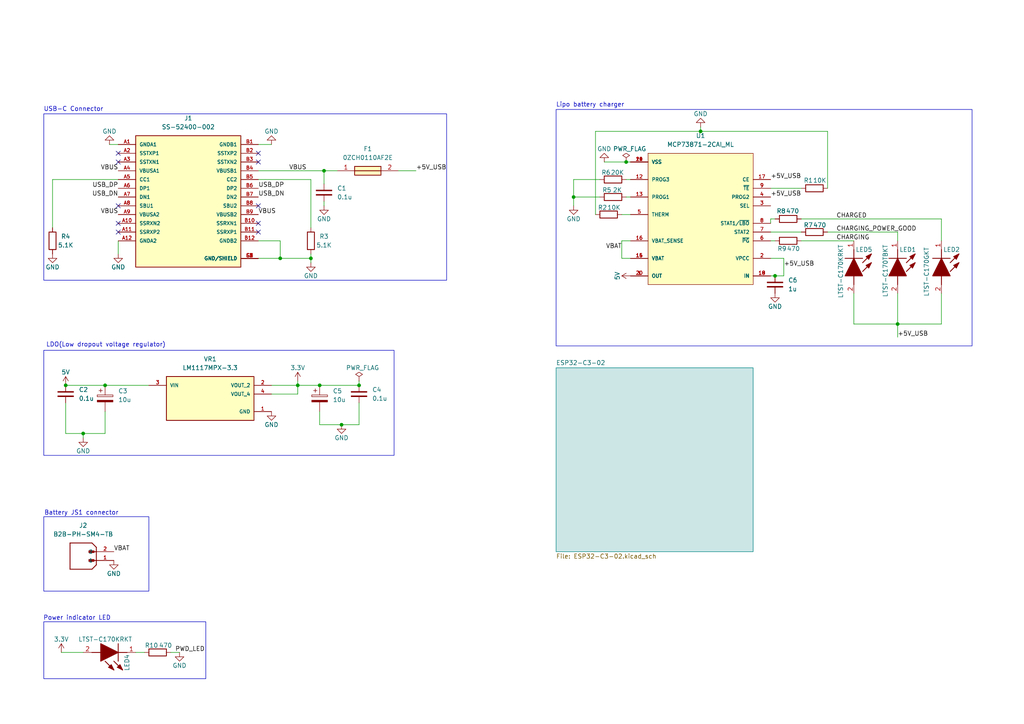
<source format=kicad_sch>
(kicad_sch (version 20250114) (generator "eeschema") (generator_version "9.0")
  (paper "A4")
  (title_block (title "ESP32 Sensor board manager") (date "2025-12-22") (rev "v1") (company "JPIndustries") (comment 1 "Author: Jose Padilla"))
  (lib_symbols
    (symbol "0ZCH0110AF2E:0ZCH0110AF2E" (pin_names (hide yes))
      (property "Reference" "F" (at 13.97 6.35 0))
      (property "Value" "0ZCH0110AF2E" (at 13.97 3.81 0))
      (symbol "0ZCH0110AF2E_1_1"
        (rectangle (start 5.08 1.27) (end 12.7 -1.27) (stroke (width 0.254)) (fill (type background)))
        (polyline (pts (xy 5.08 0) (xy 12.7 0)) (stroke (width 0.254)))
        (pin passive line (at 0 0 0) (length 5.08) (name "1") (number "1"))
        (pin passive line (at 17.78 0 180) (length 5.08) (name "2") (number "2"))
      )
    )
    (symbol "B2B-PH-SM4-TB:B2B-PH-SM4-TB" (pin_names (offset 1.016))
      (property "Reference" "J" (at 0 6.35 0))
      (property "Value" "B2B-PH-SM4-TB" (at 0 -5.08 0))
      (symbol "B2B-PH-SM4-TB_0_0"
        (polyline (pts (xy 0 3.81) (xy 0 2.54)) (stroke (width 0.254)))
        (polyline (pts (xy 0 3.81) (xy 1.27 5.08)) (stroke (width 0.254)))
        (polyline (pts (xy 0 2.54) (xy 0 -1.27)) (stroke (width 0.254)))
        (polyline (pts (xy 0 2.54) (xy 1.905 2.54)) (stroke (width 0.254)))
        (polyline (pts (xy 0 0) (xy 1.905 0)) (stroke (width 0.254)))
        (polyline (pts (xy 0 -1.27) (xy 1.27 -2.54)) (stroke (width 0.254)))
        (rectangle (start 0.635 2.2225) (end 2.2225 2.8575) (stroke (width 0.1)) (fill (type outline)))
        (rectangle (start 0.635 -0.3175) (end 2.2225 0.3175) (stroke (width 0.1)) (fill (type outline)))
        (polyline (pts (xy 1.27 -2.54) (xy 7.62 -2.54)) (stroke (width 0.254)))
        (polyline (pts (xy 7.62 5.08) (xy 1.27 5.08)) (stroke (width 0.254)))
        (polyline (pts (xy 7.62 -2.54) (xy 7.62 5.08)) (stroke (width 0.254)))
        (pin passive line (at -5.08 2.54 0) (length 5.08) (name "1") (number "1"))
        (pin passive line (at -5.08 0 0) (length 5.08) (name "2") (number "2"))
      )
    )
    (symbol "Device:C_Polarized" (pin_numbers (hide yes)) (pin_names (offset 0.254))
      (property "Reference" "C" (at 0.635 2.54 0))
      (property "Value" "C_Polarized" (at 0.635 -2.54 0))
      (symbol "C_Polarized_0_1"
        (rectangle (start -2.286 0.508) (end 2.286 1.016))
        (polyline (pts (xy -1.778 2.286) (xy -0.762 2.286)))
        (polyline (pts (xy -1.27 2.794) (xy -1.27 1.778)))
        (rectangle (start 2.286 -0.508) (end -2.286 -1.016) (fill (type outline)))
      )
      (symbol "C_Polarized_1_1"
        (pin passive line (at 0 3.81 270) (length 2.794) (name "~") (number "1"))
        (pin passive line (at 0 -3.81 90) (length 2.794) (name "~") (number "2"))
      )
    )
    (symbol "Device:R" (pin_numbers (hide yes)) (pin_names (offset 0))
      (property "Reference" "R" (at 2.032 0 90))
      (property "Value" "R" (at 0 0 90))
      (symbol "R_0_1"
        (rectangle (start -1.016 -2.54) (end 1.016 2.54) (stroke (width 0.254)))
      )
      (symbol "R_1_1"
        (pin passive line (at 0 3.81 270) (length 1.27) (name "~") (number "1"))
        (pin passive line (at 0 -3.81 90) (length 1.27) (name "~") (number "2"))
      )
    )
    (symbol "LM1117MPX-3.3:LM1117MPX-3.3" (pin_names (offset 1.016))
      (property "Reference" "VR" (at -12.7 6.08 0))
      (property "Value" "LM1117MPX-3.3" (at -12.7 -9.08 0))
      (symbol "LM1117MPX-3.3_0_0"
        (rectangle (start -12.7 -7.62) (end 12.7 5.08) (stroke (width 0.254)) (fill (type background)))
        (pin power_in line (at -17.78 2.54 0) (length 5.08) (name "VIN") (number "3"))
        (pin power_in line (at 17.78 2.54 180) (length 5.08) (name "VOUT_2") (number "2"))
        (pin power_in line (at 17.78 0 180) (length 5.08) (name "VOUT_4") (number "4"))
        (pin power_in line (at 17.78 -5.08 180) (length 5.08) (name "GND") (number "1"))
      )
    )
    (symbol "LTST-C170GKT:LTST-C170GKT" (pin_names (hide yes))
      (property "Reference" "LED" (at 12.7 8.89 0))
      (property "Value" "LTST-C170GKT" (at 12.7 6.35 0))
      (symbol "LTST-C170GKT_1_1"
        (polyline (pts (xy 2.54 0) (xy 5.08 0)) (stroke (width 0.254)))
        (polyline (pts (xy 5.08 2.54) (xy 5.08 -2.54)) (stroke (width 0.254)))
        (polyline (pts (xy 5.08 0) (xy 10.16 2.54) (xy 10.16 -2.54) (xy 5.08 0)) (stroke (width 0.254)) (fill (type outline)))
        (polyline (pts (xy 5.334 4.318) (xy 4.572 3.556) (xy 3.81 5.08) (xy 5.334 4.318)) (stroke (width 0.254)) (fill (type outline)))
        (polyline (pts (xy 6.35 2.54) (xy 3.81 5.08)) (stroke (width 0.254)))
        (polyline (pts (xy 7.874 4.318) (xy 7.112 3.556) (xy 6.35 5.08) (xy 7.874 4.318)) (stroke (width 0.254)) (fill (type outline)))
        (polyline (pts (xy 8.89 2.54) (xy 6.35 5.08)) (stroke (width 0.254)))
        (polyline (pts (xy 10.16 0) (xy 12.7 0)) (stroke (width 0.254)))
        (pin passive line (at 0 0 0) (length 2.54) (name "K") (number "1"))
        (pin passive line (at 15.24 0 180) (length 2.54) (name "A") (number "2"))
      )
    )
    (symbol "LTST-C170KRKT:LTST-C170KRKT" (pin_names (hide yes))
      (property "Reference" "LED" (at 12.7 8.89 0))
      (property "Value" "LTST-C170KRKT" (at 12.7 6.35 0))
      (symbol "LTST-C170KRKT_1_1"
        (polyline (pts (xy 2.54 0) (xy 5.08 0)) (stroke (width 0.254)))
        (polyline (pts (xy 5.08 2.54) (xy 5.08 -2.54)) (stroke (width 0.254)))
        (polyline (pts (xy 5.08 0) (xy 10.16 2.54) (xy 10.16 -2.54) (xy 5.08 0)) (stroke (width 0.254)) (fill (type outline)))
        (polyline (pts (xy 5.334 4.318) (xy 4.572 3.556) (xy 3.81 5.08) (xy 5.334 4.318)) (stroke (width 0.254)) (fill (type outline)))
        (polyline (pts (xy 6.35 2.54) (xy 3.81 5.08)) (stroke (width 0.254)))
        (polyline (pts (xy 7.874 4.318) (xy 7.112 3.556) (xy 6.35 5.08) (xy 7.874 4.318)) (stroke (width 0.254)) (fill (type outline)))
        (polyline (pts (xy 8.89 2.54) (xy 6.35 5.08)) (stroke (width 0.254)))
        (polyline (pts (xy 10.16 0) (xy 12.7 0)) (stroke (width 0.254)))
        (pin passive line (at 0 0 0) (length 2.54) (name "K") (number "1"))
        (pin passive line (at 15.24 0 180) (length 2.54) (name "A") (number "2"))
      )
    )
    (symbol "LTST-C170TBKT:LTST-C170TBKT" (pin_names (hide yes))
      (property "Reference" "LED" (at 12.7 8.89 0))
      (property "Value" "LTST-C170TBKT" (at 12.7 6.35 0))
      (symbol "LTST-C170TBKT_1_1"
        (polyline (pts (xy 2.54 0) (xy 5.08 0)) (stroke (width 0.254)))
        (polyline (pts (xy 5.08 2.54) (xy 5.08 -2.54)) (stroke (width 0.254)))
        (polyline (pts (xy 5.08 0) (xy 10.16 2.54) (xy 10.16 -2.54) (xy 5.08 0)) (stroke (width 0.254)) (fill (type outline)))
        (polyline (pts (xy 5.334 4.318) (xy 4.572 3.556) (xy 3.81 5.08) (xy 5.334 4.318)) (stroke (width 0.254)) (fill (type outline)))
        (polyline (pts (xy 6.35 2.54) (xy 3.81 5.08)) (stroke (width 0.254)))
        (polyline (pts (xy 7.874 4.318) (xy 7.112 3.556) (xy 6.35 5.08) (xy 7.874 4.318)) (stroke (width 0.254)) (fill (type outline)))
        (polyline (pts (xy 8.89 2.54) (xy 6.35 5.08)) (stroke (width 0.254)))
        (polyline (pts (xy 10.16 0) (xy 12.7 0)) (stroke (width 0.254)))
        (pin passive line (at 0 0 0) (length 2.54) (name "K") (number "1"))
        (pin passive line (at 15.24 0 180) (length 2.54) (name "A") (number "2"))
      )
    )
    (symbol "MCP73871-2CAI_ML:MCP73871-2CAI_ML" (pin_names (offset 1.016))
      (property "Reference" "U" (at -15.1679 18.5478 0))
      (property "Value" "MCP73871-2CAI_ML" (at -15.3387 -22.9156 0))
      (symbol "MCP73871-2CAI_ML_0_0"
        (rectangle (start -15.24 -20.32) (end 15.24 17.78) (stroke (width 0.1524)) (fill (type background)))
        (pin input line (at -20.32 15.24 0) (length 5.08) (name "IN") (number "18"))
        (pin input line (at -20.32 15.24 0) (length 5.08) (name "IN") (number "19"))
        (pin input line (at -20.32 10.16 0) (length 5.08) (name "VPCC") (number "2"))
        (pin output line (at -20.32 5.08 0) (length 5.08) (name "~{PG}") (number "6"))
        (pin output line (at -20.32 2.54 0) (length 5.08) (name "STAT2") (number "7"))
        (pin output line (at -20.32 0 0) (length 5.08) (name "STAT1/~{LBO}") (number "8"))
        (pin input line (at -20.32 -5.08 0) (length 5.08) (name "SEL") (number "3"))
        (pin input line (at -20.32 -7.62 0) (length 5.08) (name "PROG2") (number "4"))
        (pin input line (at -20.32 -10.16 0) (length 5.08) (name "~{TE}") (number "9"))
        (pin input line (at -20.32 -12.7 0) (length 5.08) (name "CE") (number "17"))
        (pin output line (at 20.32 15.24 180) (length 5.08) (name "OUT") (number "1"))
        (pin output line (at 20.32 15.24 180) (length 5.08) (name "OUT") (number "20"))
        (pin bidirectional line (at 20.32 10.16 180) (length 5.08) (name "VBAT") (number "14"))
        (pin bidirectional line (at 20.32 10.16 180) (length 5.08) (name "VBAT") (number "15"))
        (pin bidirectional line (at 20.32 5.08 180) (length 5.08) (name "VBAT_SENSE") (number "16"))
        (pin bidirectional line (at 20.32 -2.54 180) (length 5.08) (name "THERM") (number "5"))
        (pin bidirectional line (at 20.32 -7.62 180) (length 5.08) (name "PROG1") (number "13"))
        (pin bidirectional line (at 20.32 -12.7 180) (length 5.08) (name "PROG3") (number "12"))
        (pin power_in line (at 20.32 -17.78 180) (length 5.08) (name "VSS") (number "10"))
        (pin power_in line (at 20.32 -17.78 180) (length 5.08) (name "VSS") (number "11"))
        (pin power_in line (at 20.32 -17.78 180) (length 5.08) (name "VSS") (number "21"))
      )
    )
    (symbol "PCM_SL_Devices:Capacitor_NP"
      (property "Reference" "C" (at 0 6.35 0))
      (property "Value" "Capacitor_NP" (at 0 3.81 0))
      (symbol "Capacitor_NP_0_1"
        (rectangle (start -0.762 2.286) (end -0.508 -2.286) (fill (type outline)))
        (rectangle (start 0.508 2.286) (end 0.762 -2.286) (fill (type outline)))
      )
      (symbol "Capacitor_NP_1_1"
        (pin passive line (at -2.54 0 0) (length 2) (name "~") (number "1"))
        (pin input line (at 2.54 0 180) (length 2) (name "~") (number "2"))
      )
    )
    (symbol "PCM_SparkFun-PowerSymbol:3.3V" (power) (pin_names (offset 0))
      (property "Value" "3.3V" (at 0 3.81 0))
      (symbol "3.3V_0_1"
        (polyline (pts (xy -0.762 1.27) (xy 0 2.54)))
        (polyline (pts (xy 0 2.54) (xy 0.762 1.27)))
        (polyline (pts (xy 0 0) (xy 0 2.54)))
      )
      (symbol "3.3V_1_1"
        (pin power_in line (at 0 0 90) (length 0) (hide yes) (name "3.3V") (number "1"))
      )
    )
    (symbol "PCM_SparkFun-PowerSymbol:5V" (power) (pin_names (offset 0))
      (property "Value" "5V" (at 0 3.81 0))
      (symbol "5V_0_1"
        (polyline (pts (xy -0.762 1.27) (xy 0 2.54)))
        (polyline (pts (xy 0 2.54) (xy 0.762 1.27)))
        (polyline (pts (xy 0 0) (xy 0 2.54)))
      )
      (symbol "5V_1_1"
        (pin power_in line (at 0 0 90) (length 0) (hide yes) (name "5V") (number "1"))
      )
    )
    (symbol "PCM_SparkFun-PowerSymbol:GND" (power) (pin_names (offset 0))
      (property "Value" "GND" (at 0 -3.81 0))
      (symbol "GND_0_1"
        (polyline (pts (xy 0 0) (xy 0 -1.27) (xy 1.27 -1.27) (xy 0 -2.54) (xy -1.27 -1.27) (xy 0 -1.27)))
      )
      (symbol "GND_1_1"
        (pin power_in line (at 0 0 270) (length 0) (hide yes) (name "GND") (number "1"))
      )
    )
    (symbol "SS-52400-002:SS-52400-002" (pin_names (offset 1.016))
      (property "Reference" "J" (at -15.24 19.05 0))
      (property "Value" "SS-52400-002" (at -15.24 -22.86 0))
      (symbol "SS-52400-002_0_0"
        (rectangle (start -15.24 -20.32) (end 15.24 17.78) (stroke (width 0.254)) (fill (type background)))
        (pin power_in line (at -20.32 15.24 0) (length 5.08) (name "GNDA1") (number "A1"))
        (pin bidirectional line (at -20.32 12.7 0) (length 5.08) (name "SSTXP1") (number "A2"))
        (pin bidirectional line (at -20.32 10.16 0) (length 5.08) (name "SSTXN1") (number "A3"))
        (pin power_in line (at -20.32 7.62 0) (length 5.08) (name "VBUSA1") (number "A4"))
        (pin bidirectional line (at -20.32 5.08 0) (length 5.08) (name "CC1") (number "A5"))
        (pin bidirectional line (at -20.32 2.54 0) (length 5.08) (name "DP1") (number "A6"))
        (pin bidirectional line (at -20.32 0 0) (length 5.08) (name "DN1") (number "A7"))
        (pin bidirectional line (at -20.32 -2.54 0) (length 5.08) (name "SBU1") (number "A8"))
        (pin power_in line (at -20.32 -5.08 0) (length 5.08) (name "VBUSA2") (number "A9"))
        (pin bidirectional line (at -20.32 -7.62 0) (length 5.08) (name "SSRXN2") (number "A10"))
        (pin bidirectional line (at -20.32 -10.16 0) (length 5.08) (name "SSRXP2") (number "A11"))
        (pin power_in line (at -20.32 -12.7 0) (length 5.08) (name "GNDA2") (number "A12"))
        (pin power_in line (at 20.32 15.24 180) (length 5.08) (name "GNDB1") (number "B1"))
        (pin bidirectional line (at 20.32 12.7 180) (length 5.08) (name "SSTXP2") (number "B2"))
        (pin bidirectional line (at 20.32 10.16 180) (length 5.08) (name "SSTXN2") (number "B3"))
        (pin power_in line (at 20.32 7.62 180) (length 5.08) (name "VBUSB1") (number "B4"))
        (pin bidirectional line (at 20.32 5.08 180) (length 5.08) (name "CC2") (number "B5"))
        (pin bidirectional line (at 20.32 2.54 180) (length 5.08) (name "DP2") (number "B6"))
        (pin bidirectional line (at 20.32 0 180) (length 5.08) (name "DN2") (number "B7"))
        (pin bidirectional line (at 20.32 -2.54 180) (length 5.08) (name "SBU2") (number "B8"))
        (pin power_in line (at 20.32 -5.08 180) (length 5.08) (name "VBUSB2") (number "B9"))
        (pin bidirectional line (at 20.32 -7.62 180) (length 5.08) (name "SSRXN1") (number "B10"))
        (pin bidirectional line (at 20.32 -10.16 180) (length 5.08) (name "SSRXP1") (number "B11"))
        (pin power_in line (at 20.32 -12.7 180) (length 5.08) (name "GNDB2") (number "B12"))
        (pin power_in line (at 20.32 -17.78 180) (length 5.08) (name "GND/SHIELD") (number "G1"))
        (pin power_in line (at 20.32 -17.78 180) (length 5.08) (name "GND/SHIELD") (number "G2"))
        (pin power_in line (at 20.32 -17.78 180) (length 5.08) (name "GND/SHIELD") (number "G3"))
        (pin power_in line (at 20.32 -17.78 180) (length 5.08) (name "GND/SHIELD") (number "G4"))
        (pin power_in line (at 20.32 -17.78 180) (length 5.08) (name "GND/SHIELD") (number "S1"))
        (pin power_in line (at 20.32 -17.78 180) (length 5.08) (name "GND/SHIELD") (number "S2"))
        (pin power_in line (at 20.32 -17.78 180) (length 5.08) (name "GND/SHIELD") (number "S3"))
        (pin power_in line (at 20.32 -17.78 180) (length 5.08) (name "GND/SHIELD") (number "S4"))
      )
    )
    (symbol "power:PWR_FLAG" (power) (pin_numbers (hide yes)) (pin_names (offset 0) (hide yes))
      (property "Value" "PWR_FLAG" (at 0 3.81 0))
      (symbol "PWR_FLAG_0_0"
        (pin power_out line (at 0 0 90) (length 0) (name "~") (number "1"))
      )
      (symbol "PWR_FLAG_0_1"
        (polyline (pts (xy 0 0) (xy 0 1.27) (xy -1.016 1.905) (xy 0 2.54) (xy 1.016 1.905) (xy 0 1.27)))
      )
    )
  )
  (rectangle (start 12.7 149.86) (end 43.18 171.45))
  (rectangle (start 12.7 33.02) (end 129.54 81.28))
  (rectangle (start 12.7 180.34) (end 59.69 196.85))
  (rectangle (start 12.7 101.6) (end 114.3 132.08))
  (rectangle (start 161.29 31.75) (end 281.94 100.33))
  (text "Battery JS1 connector" (at 23.622 148.844 0) (effects (font (size 1.27 1.27))))
  (text "Power indicator LED\n" (at 22.352 179.324 0) (effects (font (size 1.27 1.27))))
  (text "Lipo battery charger" (at 171.196 30.48 0) (effects (font (size 1.27 1.27))))
  (text "USB-C Connector\n" (at 21.336 31.75 0) (effects (font (size 1.27 1.27))))
  (text "LDO(Low dropout voltage regulator)" (at 30.734 100.076 0) (effects (font (size 1.27 1.27))))
  (junction (at 24.13 125.73))
  (junction (at 99.06 123.19))
  (junction (at 166.37 57.15))
  (junction (at 93.98 49.53))
  (junction (at 81.28 74.93))
  (junction (at 104.14 111.76))
  (junction (at 260.35 93.98))
  (junction (at 224.79 80.01))
  (junction (at 203.2 38.1))
  (junction (at 19.05 111.76))
  (junction (at 92.71 111.76))
  (junction (at 86.36 111.76))
  (junction (at 30.48 111.76))
  (junction (at 181.61 46.99))
  (junction (at 90.17 74.93))
  (no_connect (at 34.29 67.31))
  (no_connect (at 34.29 64.77))
  (no_connect (at 34.29 46.99))
  (no_connect (at 74.93 46.99))
  (no_connect (at 74.93 59.69))
  (no_connect (at 74.93 67.31))
  (no_connect (at 74.93 64.77))
  (no_connect (at 34.29 59.69))
  (no_connect (at 74.93 44.45))
  (no_connect (at 34.29 44.45))
  (wire (pts (xy 223.52 67.31) (xy 232.41 67.31)))
  (wire (pts (xy 104.14 123.19) (xy 99.06 123.19)))
  (wire (pts (xy 203.2 36.83) (xy 203.2 38.1)))
  (wire (pts (xy 93.98 58.42) (xy 93.98 59.69)))
  (wire (pts (xy 115.57 49.53) (xy 120.65 49.53)))
  (wire (pts (xy 227.33 74.93) (xy 227.33 80.01)))
  (wire (pts (xy 49.53 189.23) (xy 52.07 189.23)))
  (wire (pts (xy 224.79 63.5) (xy 223.52 63.5)))
  (wire (pts (xy 74.93 52.07) (xy 90.17 52.07)))
  (wire (pts (xy 81.28 74.93) (xy 90.17 74.93)))
  (wire (pts (xy 104.14 110.49) (xy 104.14 111.76)))
  (wire (pts (xy 24.13 127) (xy 24.13 125.73)))
  (wire (pts (xy 203.2 38.1) (xy 240.03 38.1)))
  (wire (pts (xy 181.61 57.15) (xy 182.88 57.15)))
  (wire (pts (xy 166.37 57.15) (xy 166.37 52.07)))
  (wire (pts (xy 74.93 41.91) (xy 78.74 41.91)))
  (wire (pts (xy 81.28 69.85) (xy 81.28 74.93)))
  (wire (pts (xy 92.71 119.38) (xy 92.71 123.19)))
  (wire (pts (xy 180.34 62.23) (xy 182.88 62.23)))
  (wire (pts (xy 224.79 80.01) (xy 223.52 80.01)))
  (wire (pts (xy 74.93 69.85) (xy 81.28 69.85)))
  (wire (pts (xy 74.93 49.53) (xy 93.98 49.53)))
  (wire (pts (xy 166.37 52.07) (xy 173.99 52.07)))
  (wire (pts (xy 39.37 189.23) (xy 41.91 189.23)))
  (wire (pts (xy 78.74 114.3) (xy 86.36 114.3)))
  (wire (pts (xy 86.36 114.3) (xy 86.36 111.76)))
  (wire (pts (xy 86.36 111.76) (xy 92.71 111.76)))
  (wire (pts (xy 180.34 69.85) (xy 182.88 69.85)))
  (wire (pts (xy 223.52 63.5) (xy 223.52 64.77)))
  (wire (pts (xy 181.61 46.99) (xy 182.88 46.99)))
  (wire (pts (xy 172.72 38.1) (xy 203.2 38.1)))
  (wire (pts (xy 34.29 69.85) (xy 34.29 73.66)))
  (wire (pts (xy 180.34 69.85) (xy 180.34 74.93)))
  (wire (pts (xy 260.35 93.98) (xy 260.35 97.79)))
  (wire (pts (xy 223.52 69.85) (xy 224.79 69.85)))
  (wire (pts (xy 175.26 46.99) (xy 181.61 46.99)))
  (wire (pts (xy 247.65 85.09) (xy 247.65 93.98)))
  (wire (pts (xy 90.17 76.2) (xy 90.17 74.93)))
  (wire (pts (xy 180.34 74.93) (xy 182.88 74.93)))
  (wire (pts (xy 19.05 116.84) (xy 19.05 125.73)))
  (wire (pts (xy 223.52 74.93) (xy 227.33 74.93)))
  (wire (pts (xy 30.48 119.38) (xy 30.48 125.73)))
  (wire (pts (xy 223.52 54.61) (xy 232.41 54.61)))
  (wire (pts (xy 30.48 125.73) (xy 24.13 125.73)))
  (wire (pts (xy 240.03 38.1) (xy 240.03 54.61)))
  (wire (pts (xy 273.05 85.09) (xy 273.05 93.98)))
  (wire (pts (xy 34.29 52.07) (xy 15.24 52.07)))
  (wire (pts (xy 273.05 93.98) (xy 260.35 93.98)))
  (wire (pts (xy 104.14 116.84) (xy 104.14 123.19)))
  (wire (pts (xy 166.37 57.15) (xy 173.99 57.15)))
  (wire (pts (xy 273.05 63.5) (xy 273.05 69.85)))
  (wire (pts (xy 92.71 111.76) (xy 104.14 111.76)))
  (wire (pts (xy 247.65 93.98) (xy 260.35 93.98)))
  (wire (pts (xy 227.33 80.01) (xy 224.79 80.01)))
  (wire (pts (xy 181.61 52.07) (xy 182.88 52.07)))
  (wire (pts (xy 90.17 52.07) (xy 90.17 66.04)))
  (wire (pts (xy 92.71 123.19) (xy 99.06 123.19)))
  (wire (pts (xy 74.93 74.93) (xy 81.28 74.93)))
  (wire (pts (xy 30.48 111.76) (xy 43.18 111.76)))
  (wire (pts (xy 240.03 67.31) (xy 260.35 67.31)))
  (wire (pts (xy 93.98 49.53) (xy 97.79 49.53)))
  (wire (pts (xy 260.35 93.98) (xy 260.35 85.09)))
  (wire (pts (xy 17.78 189.23) (xy 24.13 189.23)))
  (wire (pts (xy 232.41 69.85) (xy 247.65 69.85)))
  (wire (pts (xy 93.98 49.53) (xy 93.98 53.34)))
  (wire (pts (xy 86.36 111.76) (xy 86.36 110.49)))
  (wire (pts (xy 90.17 74.93) (xy 90.17 73.66)))
  (wire (pts (xy 260.35 69.85) (xy 260.35 67.31)))
  (wire (pts (xy 15.24 52.07) (xy 15.24 66.04)))
  (wire (pts (xy 166.37 59.69) (xy 166.37 57.15)))
  (wire (pts (xy 172.72 38.1) (xy 172.72 62.23)))
  (wire (pts (xy 19.05 125.73) (xy 24.13 125.73)))
  (wire (pts (xy 19.05 111.76) (xy 30.48 111.76)))
  (wire (pts (xy 78.74 111.76) (xy 86.36 111.76)))
  (wire (pts (xy 31.75 41.91) (xy 34.29 41.91)))
  (wire (pts (xy 232.41 63.5) (xy 273.05 63.5)))
  (label "+5V_USB" (at 227.33 77.47 0))
  (label "+5V_USB" (at 223.52 57.15 0))
  (label "VBUS" (at 83.82 49.53 0))
  (label "USB_DN" (at 34.29 57.15 180))
  (label "VBAT" (at 180.34 72.39 180))
  (label "USB_DN" (at 74.93 57.15 0))
  (label "+5V_USB" (at 120.65 49.53 0))
  (label "PWD_LED" (at 50.8 189.23 0))
  (label "+5V_USB" (at 260.35 97.79 0))
  (label "CHARGED" (at 242.57 63.5 0))
  (label "VBUS" (at 34.29 62.23 180))
  (label "CHARGING_POWER_GOOD" (at 242.57 67.31 0))
  (label "VBAT" (at 33.02 160.02 0))
  (label "VBUS" (at 74.93 62.23 0))
  (label "VBUS" (at 34.29 49.53 180))
  (label "+5V_USB" (at 223.52 52.07 0))
  (label "CHARGING" (at 242.57 69.85 0))
  (label "USB_DP" (at 34.29 54.61 180))
  (label "USB_DP" (at 74.93 54.61 0))
  (symbol (lib_id "PCM_SL_Devices:Capacitor_NP") (at 19.05 114.3 90) (unit 1)
    (property "Reference" "C2" (at 22.86 113.0299 90) (effects (justify right)))
    (property "Value" "0.1u" (at 22.86 115.5699 90) (effects (justify right)))
    (property "Footprint" "Capacitor_THT:C_Disc_D3.0mm_W2.0mm_P2.50mm" (effects (hide yes)))
    (property "Description" "Unpolarized Capacitor" (effects (hide yes)))
  )
  (symbol (lib_id "PCM_SparkFun-PowerSymbol:GND") (at 33.02 162.56 0) (unit 1)
    (property "Reference" "#PWR016" (effects (hide yes)))
    (property "Value" "GND" (at 33.02 166.37 0))
    (property "Description" "Power symbol creates a global label with name \"GND\" , ground" (effects (hide yes)))
  )
  (symbol (lib_id "PCM_SparkFun-PowerSymbol:5V") (at 182.88 80.01 90) (unit 1)
    (property "Reference" "#PWR019" (effects (hide yes)))
    (property "Value" "5V" (at 179.07 80.01 0))
    (property "Description" "Power symbol creates a global label with name \"5V\"" (effects (hide yes)))
  )
  (symbol (lib_id "PCM_SparkFun-PowerSymbol:GND") (at 203.2 36.83 180) (unit 1)
    (property "Reference" "#PWR01" (effects (hide yes)))
    (property "Value" "GND" (at 203.2 33.02 0))
    (property "Description" "Power symbol creates a global label with name \"GND\" , ground" (effects (hide yes)))
  )
  (symbol (lib_id "PCM_SL_Devices:Capacitor_NP") (at 104.14 114.3 90) (unit 1)
    (property "Reference" "C4" (at 107.95 113.0299 90) (effects (justify right)))
    (property "Value" "0.1u" (at 107.95 115.5699 90) (effects (justify right)))
    (property "Footprint" "Capacitor_THT:C_Disc_D3.0mm_W2.0mm_P2.50mm" (effects (hide yes)))
    (property "Description" "Unpolarized Capacitor" (effects (hide yes)))
  )
  (symbol (lib_id "PCM_SparkFun-PowerSymbol:GND") (at 166.37 59.69 0) (unit 1)
    (property "Reference" "#PWR02" (effects (hide yes)))
    (property "Value" "GND" (at 166.37 63.5 0))
    (property "Description" "Power symbol creates a global label with name \"GND\" , ground" (effects (hide yes)))
  )
  (symbol (lib_id "Device:R") (at 228.6 69.85 270) (unit 1)
    (property "Reference" "R9" (at 226.822 72.136 90))
    (property "Value" "470" (at 230.124 72.136 90))
    (property "Description" "Resistor" (effects (hide yes)))
  )
  (symbol (lib_id "Device:R") (at 177.8 52.07 270) (unit 1)
    (property "Reference" "R6" (at 175.768 50.038 90))
    (property "Value" "20K" (at 179.07 50.038 90))
    (property "Description" "Resistor" (effects (hide yes)))
  )
  (symbol (lib_id "PCM_SparkFun-PowerSymbol:GND") (at 78.74 41.91 180) (unit 1)
    (property "Reference" "#PWR07" (effects (hide yes)))
    (property "Value" "GND" (at 78.74 38.1 0))
    (property "Description" "Power symbol creates a global label with name \"GND\" , ground" (effects (hide yes)))
  )
  (symbol (lib_id "Device:C_Polarized") (at 92.71 115.57 0) (unit 1)
    (property "Reference" "C5" (at 96.52 113.4109 0) (effects (justify left)))
    (property "Value" "10u" (at 96.52 115.9509 0) (effects (justify left)))
    (property "Description" "Polarized capacitor" (effects (hide yes)))
  )
  (symbol (lib_id "Device:R") (at 228.6 63.5 270) (unit 1)
    (property "Reference" "R8" (at 226.568 61.214 90))
    (property "Value" "470" (at 229.87 61.214 90))
    (property "Description" "Resistor" (effects (hide yes)))
  )
  (symbol (lib_id "B2B-PH-SM4-TB:B2B-PH-SM4-TB") (at 27.94 160.02 180) (unit 1)
    (property "Reference" "J2" (at 24.13 152.4 0))
    (property "Value" "B2B-PH-SM4-TB" (at 24.13 154.94 0))
    (property "Footprint" "B2B-PH-SM4-TB:JST_B2B-PH-SM4-TB" (effects (hide yes)))
    (property "MF" "JST" (effects (hide yes)))
    (property "MAXIMUM_PACKAGE_HEIGHT" "6.6 mm" (effects (hide yes)))
    (property "Package" "NON STANDARD-2 JST" (effects (hide yes)))
    (property "Price" "None" (effects (hide yes)))
    (property "Check_prices" "https://www.snapeda.com/parts/B2B-PH-SM4-TB/JST/view-part/?ref=eda" (effects (hide yes)))
    (property "STANDARD" "Manufacturer Recommendations" (effects (hide yes)))
    (property "PARTREV" "N/A" (effects (hide yes)))
    (property "SnapEDA_Link" "https://www.snapeda.com/parts/B2B-PH-SM4-TB/JST/view-part/?ref=snap" (effects (hide yes)))
    (property "MP" "B2B-PH-SM4-TB" (effects (hide yes)))
    (property "Description_1" "Connector Header Surface Mount 2 position 0.079 (2.00mm)" (effects (hide yes)))
    (property "Availability" "In Stock" (effects (hide yes)))
    (property "MANUFACTURER" "JST" (effects (hide yes)))
  )
  (symbol (lib_id "MCP73871-2CAI_ML:MCP73871-2CAI_ML") (at 203.2 64.77 180) (unit 1)
    (property "Reference" "U1" (at 203.2 39.37 0))
    (property "Value" "MCP73871-2CAI_ML" (at 203.2 41.91 0))
    (property "Footprint" "MCP73871-2CAI_ML:QFN50P400X400X100-21N" (effects (hide yes)))
    (property "MF" "Microchip" (effects (hide yes)))
    (property "SNAPEDA_PACKAGE_ID" "22102" (effects (hide yes)))
    (property "Package" "QFN-20 Microchip" (effects (hide yes)))
    (property "Price" "None" (effects (hide yes)))
    (property "Check_prices" "https://www.snapeda.com/parts/MCP73871-2CAI/ML/Microchip/view-part/?ref=eda" (effects (hide yes)))
    (property "STANDARD" "IPC-7351B" (effects (hide yes)))
    (property "PARTREV" "D" (effects (hide yes)))
    (property "SnapEDA_Link" "https://www.snapeda.com/parts/MCP73871-2CAI/ML/Microchip/view-part/?ref=snap" (effects (hide yes)))
    (property "MP" "MCP73871-2CAI/ML" (effects (hide yes)))
    (property "Description_1" "Microchip MCP73871-2CAI/ML, Battery Charge Controller, 1000mA, 20-Pin QFN | Microchip Technology Inc. MCP73871-2CAI/ML" (effects (hide yes)))
    (property "Availability" "In Stock" (effects (hide yes)))
    (property "MANUFACTURER" "Microchip Corp." (effects (hide yes)))
  )
  (symbol (lib_id "PCM_SparkFun-PowerSymbol:GND") (at 31.75 41.91 180) (unit 1)
    (property "Reference" "#PWR06" (effects (hide yes)))
    (property "Value" "GND" (at 31.75 38.1 0))
    (property "Description" "Power symbol creates a global label with name \"GND\" , ground" (effects (hide yes)))
  )
  (symbol (lib_id "PCM_SparkFun-PowerSymbol:GND") (at 24.13 127 0) (unit 1)
    (property "Reference" "#PWR011" (effects (hide yes)))
    (property "Value" "GND" (at 24.13 130.81 0))
    (property "Description" "Power symbol creates a global label with name \"GND\" , ground" (effects (hide yes)))
  )
  (symbol (lib_id "PCM_SparkFun-PowerSymbol:GND") (at 34.29 73.66 0) (unit 1)
    (property "Reference" "#PWR05" (effects (hide yes)))
    (property "Value" "GND" (at 34.29 77.47 0))
    (property "Description" "Power symbol creates a global label with name \"GND\" , ground" (effects (hide yes)))
  )
  (symbol (lib_id "0ZCH0110AF2E:0ZCH0110AF2E") (at 97.79 49.53 0) (unit 1)
    (property "Reference" "F1" (at 106.68 43.18 0))
    (property "Value" "0ZCH0110AF2E" (at 106.68 45.72 0))
    (property "Footprint" "FUSC3226X100N" (effects (hide yes)))
    (property "Datasheet" "https://www.belfuse.com/resources/datasheets/circuitprotection/ds-cp-0zch-series.pdf" (effects (hide yes)))
    (property "Description" "1210 SMT PPTC | 1.10 Ih | 16V" (effects (hide yes)))
    (property "Height" "1" (effects (hide yes)))
    (property "Manufacturer_Name" "Bel Circuit Protection" (effects (hide yes)))
    (property "Manufacturer_Part_Number" "0ZCH0110AF2E" (effects (hide yes)))
  )
  (symbol (lib_id "SS-52400-002:SS-52400-002") (at 54.61 57.15 0) (unit 1)
    (property "Reference" "J1" (at 54.61 34.29 0))
    (property "Value" "SS-52400-002" (at 54.61 36.83 0))
    (property "Footprint" "SS-52400-002:BELFUSE_SS-52400-002" (effects (hide yes)))
    (property "MF" "Bel Fuse" (effects (hide yes)))
    (property "MAXIMUM_PACKAGE_HEIGHT" "2.96 mm" (effects (hide yes)))
    (property "Package" "None" (effects (hide yes)))
    (property "Price" "None" (effects (hide yes)))
    (property "Check_prices" "https://www.snapeda.com/parts/SS-52400-002/Bel+Circuit+Protection/view-part/?ref=eda" (effects (hide yes)))
    (property "STANDARD" "Manufacturer Recommendations" (effects (hide yes)))
    (property "PARTREV" "A0" (effects (hide yes)))
    (property "SnapEDA_Link" "https://www.snapeda.com/parts/SS-52400-002/Bel+Circuit+Protection/view-part/?ref=snap" (effects (hide yes)))
    (property "MP" "SS-52400-002" (effects (hide yes)))
    (property "Description_1" "USB Type-C Connector | USB 3.1 | 1 Port | Right Angle Receptacle | Shielded | 0.039 in (1.00mm) PCB Thickness" (effects (hide yes)))
    (property "Availability" "In Stock" (effects (hide yes)))
    (property "MANUFACTURER" "BelFuse" (effects (hide yes)))
  )
  (symbol (lib_id "PCM_SparkFun-PowerSymbol:3.3V") (at 86.36 110.49 0) (unit 1)
    (property "Reference" "#PWR012" (effects (hide yes)))
    (property "Value" "3.3V" (at 86.36 106.68 0))
    (property "Description" "Power symbol creates a global label with name \"3.3V\"" (effects (hide yes)))
  )
  (symbol (lib_id "PCM_SparkFun-PowerSymbol:GND") (at 99.06 123.19 0) (unit 1)
    (property "Reference" "#PWR013" (effects (hide yes)))
    (property "Value" "GND" (at 99.06 127 0))
    (property "Description" "Power symbol creates a global label with name \"GND\" , ground" (effects (hide yes)))
  )
  (symbol (lib_id "Device:R") (at 176.53 62.23 90) (unit 1)
    (property "Reference" "R2" (at 174.752 60.198 90))
    (property "Value" "10K" (at 178.054 60.198 90))
    (property "Description" "Resistor" (effects (hide yes)))
  )
  (symbol (lib_id "LTST-C170TBKT:LTST-C170TBKT") (at 260.35 69.85 270) (unit 1)
    (property "Reference" "LED1" (at 260.858 72.39 90) (effects (justify left)))
    (property "Value" "LTST-C170TBKT" (at 256.794 70.866 0) (effects (justify left)))
    (property "Footprint" "LEDC2012X120N" (effects (hide yes)))
    (property "Datasheet" "https://componentsearchengine.com/Datasheets/1/LTST-C170TBKT.pdf" (effects (hide yes)))
    (property "Description" "LED,SMD,0805,Blue,28mcd,130deg" (effects (hide yes)))
    (property "Height" "1.2" (effects (hide yes)))
    (property "Manufacturer_Name" "Lite-On" (effects (hide yes)))
    (property "Manufacturer_Part_Number" "LTST-C170TBKT" (effects (hide yes)))
    (property "Mouser Part Number" "859-LTST-C170TBKT" (effects (hide yes)))
    (property "Mouser Price/Stock" "https://www.mouser.co.uk/ProductDetail/Lite-On/LTST-C170TBKT?qs=0uL0gcxEMop2ooGmIUzw3A%3D%3D" (effects (hide yes)))
    (property "Arrow Part Number" "LTST-C170TBKT" (effects (hide yes)))
    (property "Arrow Price/Stock" "https://www.arrow.com/en/products/ltst-c170tbkt/lite-on-technology?utm_currency=USD&region=nac" (effects (hide yes)))
  )
  (symbol (lib_id "PCM_SparkFun-PowerSymbol:GND") (at 224.79 85.09 0) (unit 1)
    (property "Reference" "#PWR010" (effects (hide yes)))
    (property "Value" "GND" (at 224.79 88.9 0))
    (property "Description" "Power symbol creates a global label with name \"GND\" , ground" (effects (hide yes)))
  )
  (symbol (lib_id "PCM_SparkFun-PowerSymbol:5V") (at 19.05 111.76 0) (unit 1)
    (property "Reference" "#PWR015" (effects (hide yes)))
    (property "Value" "5V" (at 19.05 107.95 0))
    (property "Description" "Power symbol creates a global label with name \"5V\"" (effects (hide yes)))
  )
  (symbol (lib_id "Device:R") (at 90.17 69.85 0) (unit 1)
    (property "Reference" "R3" (at 93.98 68.58 0))
    (property "Value" "5.1K" (at 93.98 71.12 0))
    (property "Description" "Resistor" (effects (hide yes)))
  )
  (symbol (lib_id "LM1117MPX-3.3:LM1117MPX-3.3") (at 60.96 114.3 0) (unit 1)
    (property "Reference" "VR1" (at 60.96 104.14 0))
    (property "Value" "LM1117MPX-3.3" (at 60.96 106.68 0))
    (property "Footprint" "LM1117MPX-3.3:VREG_LM1117MPX-3.3" (effects (hide yes)))
    (property "MF" "onsemi" (effects (hide yes)))
    (property "DESCRIPTION" "800-mA 15-V linear voltage regulator 4-SOT-223" (effects (hide yes)))
    (property "PACKAGE" "SOT-223-4 Texas Instruments" (effects (hide yes)))
    (property "PRICE" "None" (effects (hide yes)))
    (property "Package" "SOT-223-4 ON Semiconductor" (effects (hide yes)))
    (property "Check_prices" "https://www.snapeda.com/parts/LM1117MPX-33NOPB/Onsemi/view-part/?ref=eda" (effects (hide yes)))
    (property "Price" "None" (effects (hide yes)))
    (property "SnapEDA_Link" "https://www.snapeda.com/parts/LM1117MPX-33NOPB/Onsemi/view-part/?ref=snap" (effects (hide yes)))
    (property "MP" "LM1117MPX-33NOPB" (effects (hide yes)))
    (property "Description_1" "Linear Voltage Regulator IC Positive Fixed 1 Output 800mA SOT-223" (effects (hide yes)))
    (property "Availability" "In Stock" (effects (hide yes)))
    (property "AVAILABILITY" "Warning" (effects (hide yes)))
    (property "PURCHASE-URL" "https://pricing.snapeda.com/search/part/LM1117MPX-3.3/?ref=eda" (effects (hide yes)))
  )
  (symbol (lib_id "Device:R") (at 45.72 189.23 90) (unit 1)
    (property "Reference" "R10" (at 43.942 187.198 90))
    (property "Value" "470" (at 48.006 187.198 90))
    (property "Description" "Resistor" (effects (hide yes)))
  )
  (symbol (lib_id "PCM_SparkFun-PowerSymbol:GND") (at 78.74 119.38 0) (unit 1)
    (property "Reference" "#PWR014" (effects (hide yes)))
    (property "Value" "GND" (at 78.74 123.19 0))
    (property "Description" "Power symbol creates a global label with name \"GND\" , ground" (effects (hide yes)))
  )
  (symbol (lib_id "LTST-C170KRKT:LTST-C170KRKT") (at 247.65 69.85 270) (unit 1)
    (property "Reference" "LED5" (at 248.158 72.39 90) (effects (justify left)))
    (property "Value" "LTST-C170KRKT" (at 243.84 70.866 0) (effects (justify left)))
    (property "Footprint" "LEDC2012X120N" (effects (hide yes)))
    (property "Datasheet" "https://componentsearchengine.com/Datasheets/1/LTST-C170KRKT.pdf" (effects (hide yes)))
    (property "Description" "Standard LEDs - SMD Red Clear 631nm" (effects (hide yes)))
    (property "Height" "1.2" (effects (hide yes)))
    (property "Manufacturer_Name" "Lite-On" (effects (hide yes)))
    (property "Manufacturer_Part_Number" "LTST-C170KRKT" (effects (hide yes)))
    (property "Mouser Part Number" "859-LTST-C170KRKT" (effects (hide yes)))
    (property "Mouser Price/Stock" "https://www.mouser.co.uk/ProductDetail/Lite-On/LTST-C170KRKT?qs=NUb82WqeCyrVOID%2Fxt4rgA%3D%3D" (effects (hide yes)))
    (property "Arrow Part Number" "LTST-C170KRKT" (effects (hide yes)))
    (property "Arrow Price/Stock" "https://www.arrow.com/en/products/ltst-c170krkt/lite-on-technology?utm_currency=USD&region=nac" (effects (hide yes)))
  )
  (symbol (lib_id "Device:C_Polarized") (at 30.48 115.57 0) (unit 1)
    (property "Reference" "C3" (at 34.29 113.4109 0) (effects (justify left)))
    (property "Value" "10u" (at 34.29 115.9509 0) (effects (justify left)))
    (property "Description" "Polarized capacitor" (effects (hide yes)))
  )
  (symbol (lib_id "PCM_SparkFun-PowerSymbol:GND") (at 15.24 73.66 0) (unit 1)
    (property "Reference" "#PWR03" (effects (hide yes)))
    (property "Value" "GND" (at 15.24 77.47 0))
    (property "Description" "Power symbol creates a global label with name \"GND\" , ground" (effects (hide yes)))
  )
  (symbol (lib_id "PCM_SparkFun-PowerSymbol:GND") (at 90.17 76.2 0) (unit 1)
    (property "Reference" "#PWR04" (effects (hide yes)))
    (property "Value" "GND" (at 90.17 80.01 0))
    (property "Description" "Power symbol creates a global label with name \"GND\" , ground" (effects (hide yes)))
  )
  (symbol (lib_id "PCM_SparkFun-PowerSymbol:3.3V") (at 17.78 189.23 0) (unit 1)
    (property "Reference" "#PWR017" (effects (hide yes)))
    (property "Value" "3.3V" (at 17.78 185.42 0))
    (property "Description" "Power symbol creates a global label with name \"3.3V\"" (effects (hide yes)))
  )
  (symbol (lib_id "LTST-C170KRKT:LTST-C170KRKT") (at 39.37 189.23 180) (unit 1)
    (property "Reference" "LED4" (at 36.83 189.738 90) (effects (justify left)))
    (property "Value" "LTST-C170KRKT" (at 38.354 185.42 0) (effects (justify left)))
    (property "Footprint" "LEDC2012X120N" (effects (hide yes)))
    (property "Datasheet" "https://componentsearchengine.com/Datasheets/1/LTST-C170KRKT.pdf" (effects (hide yes)))
    (property "Description" "Standard LEDs - SMD Red Clear 631nm" (effects (hide yes)))
    (property "Height" "1.2" (effects (hide yes)))
    (property "Manufacturer_Name" "Lite-On" (effects (hide yes)))
    (property "Manufacturer_Part_Number" "LTST-C170KRKT" (effects (hide yes)))
    (property "Mouser Part Number" "859-LTST-C170KRKT" (effects (hide yes)))
    (property "Mouser Price/Stock" "https://www.mouser.co.uk/ProductDetail/Lite-On/LTST-C170KRKT?qs=NUb82WqeCyrVOID%2Fxt4rgA%3D%3D" (effects (hide yes)))
    (property "Arrow Part Number" "LTST-C170KRKT" (effects (hide yes)))
    (property "Arrow Price/Stock" "https://www.arrow.com/en/products/ltst-c170krkt/lite-on-technology?utm_currency=USD&region=nac" (effects (hide yes)))
  )
  (symbol (lib_id "power:PWR_FLAG") (at 104.14 110.49 0) (unit 1)
    (property "Reference" "#FLG02" (effects (hide yes)))
    (property "Value" "PWR_FLAG" (at 105.156 106.68 0))
    (property "Description" "Special symbol for telling ERC where power comes from" (effects (hide yes)))
  )
  (symbol (lib_id "LTST-C170GKT:LTST-C170GKT") (at 273.05 69.85 270) (unit 1)
    (property "Reference" "LED2" (at 273.558 72.39 90) (effects (justify left)))
    (property "Value" "LTST-C170GKT" (at 268.732 71.628 0) (effects (justify left)))
    (property "Footprint" "LEDC2012X120N" (effects (hide yes)))
    (property "Datasheet" "https://mm.digikey.com/Volume0/opasdata/d220001/medias/docus/895/LTST-C170GKT.pdf" (effects (hide yes)))
    (property "Description" "LED,SMD,0805,Green,6mcd,130deg Lite-On LTST-C170GKT, CHIPLED 0805 Series Green LED, 569 nm 2012 (0805), Rectangle Lens SMD package" (effects (hide yes)))
    (property "Height" "1.2" (effects (hide yes)))
    (property "Manufacturer_Name" "Lite-On" (effects (hide yes)))
    (property "Manufacturer_Part_Number" "LTST-C170GKT" (effects (hide yes)))
    (property "Mouser Part Number" "859-LTST-C170GKT" (effects (hide yes)))
    (property "Mouser Price/Stock" "https://www.mouser.co.uk/ProductDetail/Lite-On/LTST-C170GKT?qs=%2FSqKn2EfXQSV5aRij3YIfQ%3D%3D" (effects (hide yes)))
    (property "Arrow Part Number" "LTST-C170GKT" (effects (hide yes)))
    (property "Arrow Price/Stock" "https://www.arrow.com/en/products/ltst-c170gkt/lite-on-technology?utm_currency=USD&region=nac" (effects (hide yes)))
  )
  (symbol (lib_id "Device:R") (at 236.22 54.61 90) (unit 1)
    (property "Reference" "R1" (at 234.442 52.324 90))
    (property "Value" "10K" (at 237.744 52.324 90))
    (property "Description" "Resistor" (effects (hide yes)))
  )
  (symbol (lib_id "Device:R") (at 236.22 67.31 90) (unit 1)
    (property "Reference" "R7" (at 234.442 65.278 90))
    (property "Value" "470" (at 237.744 65.278 90))
    (property "Description" "Resistor" (effects (hide yes)))
  )
  (symbol (lib_id "power:PWR_FLAG") (at 181.61 46.99 0) (unit 1)
    (property "Reference" "#FLG01" (effects (hide yes)))
    (property "Value" "PWR_FLAG" (at 182.626 43.18 0))
    (property "Description" "Special symbol for telling ERC where power comes from" (effects (hide yes)))
  )
  (symbol (lib_id "PCM_SparkFun-PowerSymbol:GND") (at 93.98 59.69 0) (unit 1)
    (property "Reference" "#PWR08" (effects (hide yes)))
    (property "Value" "GND" (at 93.98 63.5 0))
    (property "Description" "Power symbol creates a global label with name \"GND\" , ground" (effects (hide yes)))
  )
  (symbol (lib_id "Device:R") (at 15.24 69.85 0) (unit 1)
    (property "Reference" "R4" (at 19.05 68.58 0))
    (property "Value" "5.1K" (at 19.05 71.12 0))
    (property "Description" "Resistor" (effects (hide yes)))
  )
  (symbol (lib_id "PCM_SparkFun-PowerSymbol:GND") (at 175.26 46.99 180) (unit 1)
    (property "Reference" "#PWR09" (effects (hide yes)))
    (property "Value" "GND" (at 175.26 43.18 0))
    (property "Description" "Power symbol creates a global label with name \"GND\" , ground" (effects (hide yes)))
  )
  (symbol (lib_id "PCM_SparkFun-PowerSymbol:GND") (at 52.07 189.23 0) (unit 1)
    (property "Reference" "#PWR018" (effects (hide yes)))
    (property "Value" "GND" (at 52.07 193.04 0))
    (property "Description" "Power symbol creates a global label with name \"GND\" , ground" (effects (hide yes)))
  )
  (symbol (lib_id "PCM_SL_Devices:Capacitor_NP") (at 224.79 82.55 90) (unit 1)
    (property "Reference" "C6" (at 228.6 81.2799 90) (effects (justify right)))
    (property "Value" "1u" (at 228.6 83.8199 90) (effects (justify right)))
    (property "Footprint" "Capacitor_THT:C_Disc_D3.0mm_W2.0mm_P2.50mm" (effects (hide yes)))
    (property "Description" "Unpolarized Capacitor" (effects (hide yes)))
  )
  (symbol (lib_id "PCM_SL_Devices:Capacitor_NP") (at 93.98 55.88 90) (unit 1)
    (property "Reference" "C1" (at 97.79 54.6099 90) (effects (justify right)))
    (property "Value" "0.1u" (at 97.79 57.1499 90) (effects (justify right)))
    (property "Footprint" "Capacitor_THT:C_Disc_D3.0mm_W2.0mm_P2.50mm" (effects (hide yes)))
    (property "Description" "Unpolarized Capacitor" (effects (hide yes)))
  )
  (symbol (lib_id "Device:R") (at 177.8 57.15 90) (unit 1)
    (property "Reference" "R5" (at 176.022 55.118 90))
    (property "Value" "2K" (at 179.07 55.118 90))
    (property "Description" "Resistor" (effects (hide yes)))
  )
  (sheet (at 161.29 106.68) (size 57.15 53.34) (stroke (width 0.1524) (color 0 132 132 0.6)) (fill (color 0 132 132 0.2000))
    (property "Sheetname" "ESP32-C3-02" (at 161.29 105.9684 0) (effects (justify left bottom)))
    (property "Sheetfile" "ESP32-C3-02.kicad_sch" (at 161.29 160.6046 0) (effects (justify left top)))
  )
)
</source>
